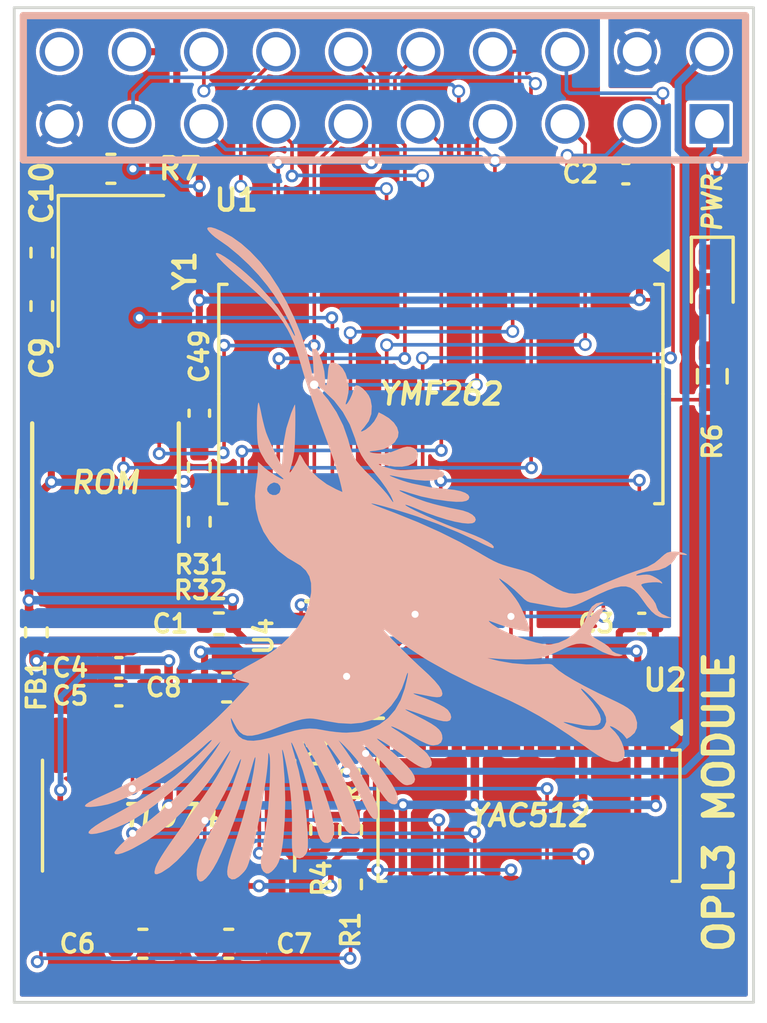
<source format=kicad_pcb>
(kicad_pcb (version 20241229) (generator "pcbnew") (generator_version "9.0")
  (title_block (title "opl3module") (date "2023-06-24") (rev "1.2"))
  (layers (0 "F.Cu" signal) (4 "In1.Cu" signal) (6 "In2.Cu" signal) (2 "B.Cu" signal) (13 "F.Paste" user) (15 "B.Paste" user) (5 "F.SilkS" user "F.Silkscreen") (7 "B.SilkS" user "B.Silkscreen") (1 "F.Mask" user) (3 "B.Mask" user) (25 "Edge.Cuts" user))
  (net 0 "")
  (net 1 "Net-(U2-AOUT)")
  (net 2 "Net-(U2-CV)")
  (net 4 "Net-(U2-SWIN)")
  (net 5 "Net-(U3B--)")
  (net 6 "Net-(U3D--)")
  (net 7 "Net-(U3C--)")
  (net 9 "Net-(U1-DOAB)")
  (net 10 "Net-(U1-SMPAC)")
  (net 11 "Net-(U1-SMPBD)")
  (net 15 "Net-(U2-MP)")
  (net 16 "FM_VCC")
  (net 17 "FM_GND")
  (net 18 "FM_+5VA")
  (net 19 "/YAC_CH2")
  (net 20 "/YAC_CH1")
  (net 21 "/_FM_SYNTH_R")
  (net 22 "/_FM_SYNTH_L")
  (net 23 "/~{_BRESET}")
  (net 24 "/_FM_D6")
  (net 25 "/_FM_D7")
  (net 26 "/_FM_D4")
  (net 27 "/_FM_D5")
  (net 28 "/_FM_D2")
  (net 29 "/_FM_D3")
  (net 30 "/_FM_D0")
  (net 31 "/_FM_D1")
  (net 32 "/~{_FM_RD}")
  (net 33 "/~{_FM_CS}")
  (net 34 "/_FM_A1")
  (net 35 "/~{_FM_WR}")
  (net 36 "/_FM_A0")
  (net 37 "/YAC_CLK")
  (net 38 "/YFM_CLK")
  (net 39 "FM_AGND")
  (net 40 "Net-(D1-A)")
  (net 41 "Net-(U4-OUT*Y)")
  (net 42 "Net-(U4-INA)")
  (net 44 "Net-(C9-Pad1)")
  (net 45 "Net-(C10-Pad1)")
  (net 46 "Net-(R7-Pad2)")
  (footprint "SnipE Footprints:R_0603_1608Metric_no_outline" (layer "F.Cu") (at 54.14 30.23 -90)
    (property "Reference" "R6")
    (property "Value" "470" (hide yes))
  )
  (footprint "SnipE Footprints:SC70-5_ONS" (layer "F.Cu") (at 40.6579 39.380001 180)
    (property "Reference" "U4")
    (property "Value" "MC74HC1G04" (hide yes))
  )
  (footprint "Package_SO:SOP-24_7.5x15.4mm_P1.27mm" (layer "F.Cu") (at 44.595 30.855 -90)
    (property "Reference" "U1")
    (property "Value" "YMF262")
  )
  (footprint "Crystal:Crystal_SMD_5032-4Pin_5.0x3.2mm" (layer "F.Cu") (at 32.99 26.52 -90)
    (property "Reference" "Y1")
    (property "Value" "Crystal_GND24" (hide yes))
  )
  (footprint "SnipE Footprints:R_0402_1005Metric_no_outline" (layer "F.Cu") (at 41.42 48.11 90)
    (property "Reference" "R1")
    (property "Value" "33" (hide yes))
  )
  (footprint "SnipE Footprints:C_0402_1005Metric_no_outline" (layer "F.Cu") (at 36.1 31.53 -90)
    (property "Reference" "C49")
    (property "Value" "0.1uF" (hide yes))
  )
  (footprint "SnipE Footprints:R_0603_1608Metric" (layer "F.Cu") (at 43.688 39.380001 -90)
    (property "Reference" "R8")
    (property "Value" "10k" (hide yes))
  )
  (footprint "SnipE Footprints:C_0603_1608Metric_no_outline" (layer "F.Cu") (at 37.06 41.18 180)
    (property "Reference" "C8")
    (property "Value" "10uF" (hide yes))
  )
  (footprint "SnipE Footprints:C_0402_1005Metric_no_outline" (layer "F.Cu") (at 33.27 41.47 180)
    (property "Reference" "C5")
    (property "Value" "68pF" (hide yes))
  )
  (footprint "Package_SO:SOIC-14_3.9x8.7mm_P1.27mm" (layer "F.Cu") (at 35.019666 45.69 -90)
    (property "Reference" "U3" (hide yes))
    (property "Value" "TL074")
  )
  (footprint "SnipE Footprints:C_0402_1005Metric" (layer "F.Cu") (at 30.56 27.76 90)
    (property "Reference" "C9")
    (property "Value" "22pF" (hide yes))
  )
  (footprint "SnipE Footprints:D_0603_1608Metric" (layer "F.Cu") (at 54.14 26.8225 -90)
    (property "Reference" "D1" (hide yes))
    (property "Value" "PWR")
  )
  (footprint "SnipE Footprints:C_0603_1608Metric_no_outline" (layer "F.Cu") (at 37.135 50.2)
    (property "Reference" "C7")
    (property "Value" "2.7nF" (hide yes))
  )
  (footprint "SnipE Footprints:C_0402_1005Metric" (layer "F.Cu") (at 36.79 38.94 180)
    (property "Reference" "C1")
    (property "Value" "100nF" (hide yes))
  )
  (footprint "SnipE Footprints:C_0402_1005Metric" (layer "F.Cu") (at 30.56 25.88 90)
    (property "Reference" "C10")
    (property "Value" "22pF" (hide yes))
  )
  (footprint "SnipE Footprints:R_0402_1005Metric_no_outline" (layer "F.Cu") (at 36.1 35.35 90)
    (property "Reference" "R32")
    (property "Value" "4.7k" (hide yes))
  )
  (footprint "SnipE Footprints:C_0402_1005Metric_no_outline" (layer "F.Cu") (at 51.66 38.93)
    (property "Reference" "C3")
    (property "Value" "0.1uF" (hide yes))
  )
  (footprint "SnipE Footprints:R_0603_1608Metric" (layer "F.Cu") (at 32.99 22.93 180)
    (property "Reference" "R7")
    (property "Value" "1MΩ" (hide yes))
  )
  (footprint "SnipE Footprints:C_0603_1608Metric_no_outline" (layer "F.Cu") (at 34.115 50.2)
    (property "Reference" "C6")
    (property "Value" "2.7nF" (hide yes))
  )
  (footprint "SnipE Footprints:R_0402_1005Metric_no_outline" (layer "F.Cu") (at 40.4 46.19 90)
    (property "Reference" "R4")
    (property "Value" "8.2k" (hide yes))
  )
  (footprint "SnipE Footprints:R_0402_1005Metric_no_outline" (layer "F.Cu") (at 30.37 39.24 -90)
    (property "Reference" "FB1")
    (property "Value" "600Ω@100MHz" (hide yes))
  )
  (footprint "SnipE Footprints:C_0402_1005Metric_no_outline" (layer "F.Cu") (at 33.27 40.49)
    (property "Reference" "C4")
    (property "Value" "0.1uF" (hide yes))
  )
  (footprint "SnipE Footprints:SOIC8-N_MC_MCH" (layer "F.Cu") (at 32.8 33.97 90)
    (property "Reference" "U19" (hide yes))
    (property "Value" "ROM")
  )
  (footprint "SnipE Footprints:C_0402_1005Metric_no_outline" (layer "F.Cu") (at 51.1 23.1)
    (property "Reference" "C2")
    (property "Value" "0.1uF" (hide yes))
  )
  (footprint "Package_SO:SOP-16_4.4x10.4mm_P1.27mm" (layer "F.Cu") (at 47.695 45.69 -90)
    (property "Reference" "U2")
    (property "Value" "YAC512")
  )
  (footprint "SnipE Footprints:R_0402_1005Metric_no_outline" (layer "F.Cu") (at 36.1 33.43 -90)
    (property "Reference" "R31")
    (property "Value" "4.7k" (hide yes))
  )
  (footprint "SnipE Footprints:R_0402_1005Metric_no_outline" (layer "F.Cu") (at 40.26 41.79 -90)
    (property "Reference" "R5")
    (property "Value" "8.2k" (hide yes))
  )
  (footprint "SnipE Footprints:R_0402_1005Metric_no_outline" (layer "F.Cu") (at 41.28 41.79 90)
    (property "Reference" "R3")
    (property "Value" "6.8k" (hide yes))
  )
  (footprint "SnipE Footprints:R_0402_1005Metric_no_outline" (layer "F.Cu") (at 41.42 46.19 -90)
    (property "Reference" "R2")
    (property "Value" "6.8k" (hide yes))
  )
  (footprint "SnipE Footprints:starling" (layer "B.Cu") (at 44.29 36.5 -90)
    (property "Reference" "G***" (hide yes))
    (property "Value" "LOGO" (hide yes))
  )
  (footprint "SnipE Footprints:P_CONN_02X10" (layer "B.Cu") (at 42.61 20.08 180)
    (property "Reference" "J1" (hide yes))
    (property "Value" "EXT_SYNTH" (hide yes))
  )
  (gr_line (start 55.59 17.26) (end 29.59 17.26) (stroke (width 0.1)) (layer "Edge.Cuts"))
  (gr_line (start 29.59 52.26) (end 55.59 52.26) (stroke (width 0.1)) (layer "Edge.Cuts"))
  (gr_line (start 29.59 17.26) (end 29.59 52.26) (stroke (width 0.1)) (layer "Edge.Cuts"))
  (gr_line (start 55.59 17.26) (end 55.59 52.26) (stroke (width 0.1)) (layer "Edge.Cuts"))
  (gr_text "OPL3 MODULE" (at 54.38 45.21 90) (layer "F.SilkS") (effects (font (size 1 1) (thickness 0.2) (bold yes))))
  (segment (start 33.75 41.47) (end 33.75 43.214666) (width 0.25) (layer "F.Cu") (net 1))
  (segment (start 33.749666 44.730334) (end 33.749666 43.215) (width 0.127) (layer "F.Cu") (net 1))
  (segment (start 48.33 44.74) (end 48.33 48.7775) (width 0.127) (layer "F.Cu") (net 1))
  (segment (start 33.74 44.74) (end 33.749666 44.730334) (width 0.127) (layer "F.Cu") (net 1))
  (segment (start 33.75 43.214666) (end 33.749666 43.215) (width 0.127) (layer "F.Cu") (net 1))
  (via blind (at 33.74 44.74) (size 0.45) (drill 0.25) (layers "F.Cu" "B.Cu") (net 1))
  (via (at 48.33 44.74) (size 0.45) (drill 0.25) (layers "F.Cu" "B.Cu") (net 1))
  (segment (start 33.74 44.74) (end 48.33 44.74) (width 0.127) (layer "B.Cu") (net 1))
  (segment (start 36.285 41.18) (end 36.285 43.210334) (width 0.25) (layer "F.Cu") (net 2))
  (segment (start 51.52 46.99) (end 52.14 47.61) (width 0.25) (layer "F.Cu") (net 2))
  (segment (start 36.285 40.075) (end 36.285 41.18) (width 0.25) (layer "F.Cu") (net 2))
  (segment (start 36.14 39.93) (end 36.285 40.075) (width 0.25) (layer "F.Cu") (net 2))
  (segment (start 52.14 47.61) (end 52.14 48.7775) (width 0.25) (layer "F.Cu") (net 2))
  (segment (start 51.52 39.95) (end 51.52 46.99) (width 0.25) (layer "F.Cu") (net 2))
  (segment (start 51.47 39.9) (end 51.52 39.95) (width 0.25) (layer "F.Cu") (net 2))
  (segment (start 36.285 43.210334) (end 36.289666 43.215) (width 0.127) (layer "F.Cu") (net 2))
  (via (at 51.47 39.9) (size 0.45) (drill 0.25) (layers "F.Cu" "B.Cu") (net 2))
  (via (at 36.14 39.93) (size 0.45) (drill 0.25) (layers "F.Cu" "B.Cu") (net 2))
  (segment (start 36.17 39.9) (end 51.47 39.9) (width 0.25) (layer "B.Cu") (net 2))
  (segment (start 36.14 39.93) (end 36.17 39.9) (width 0.25) (layer "B.Cu") (net 2))
  (segment (start 47.06 47.6) (end 47.06 48.9) (width 0.127) (layer "F.Cu") (net 4))
  (segment (start 41.42 47.6) (end 42.37 47.6) (width 0.127) (layer "F.Cu") (net 4))
  (via (at 47.06 47.6) (size 0.45) (drill 0.25) (layers "F.Cu" "B.Cu") (net 4))
  (via (at 42.37 47.6) (size 0.45) (drill 0.25) (layers "F.Cu" "B.Cu") (net 4))
  (segment (start 47.06 47.6) (end 42.37 47.6) (width 0.127) (layer "B.Cu") (net 4))
  (segment (start 41.42 50.69) (end 41.42 48.62) (width 0.127) (layer "F.Cu") (net 5))
  (segment (start 30.53 43.53) (end 30.845 43.215) (width 0.127) (layer "F.Cu") (net 5))
  (segment (start 30.4 50.83) (end 30.53 50.7) (width 0.127) (layer "F.Cu") (net 5))
  (segment (start 30.845 43.215) (end 31.209666 43.215) (width 0.127) (layer "F.Cu") (net 5))
  (segment (start 41.4 50.71) (end 41.42 50.69) (width 0.127) (layer "F.Cu") (net 5))
  (segment (start 32.479666 43.215) (end 31.209666 43.215) (width 0.2) (layer "F.Cu") (net 5))
  (segment (start 30.53 50.7) (end 30.53 43.53) (width 0.127) (layer "F.Cu") (net 5))
  (via (at 30.4 50.83) (size 0.45) (drill 0.25) (layers "F.Cu" "B.Cu") (net 5))
  (via (at 41.4 50.71) (size 0.45) (drill 0.25) (layers "F.Cu" "B.Cu") (net 5))
  (segment (start 30.52 50.71) (end 30.4 50.83) (width 0.127) (layer "B.Cu") (net 5))
  (segment (start 41.4 50.71) (end 30.52 50.71) (width 0.127) (layer "B.Cu") (net 5))
  (segment (start 38.2 48.165) (end 37.559666 48.165) (width 0.2) (layer "F.Cu") (net 6))
  (segment (start 38.829666 48.165) (end 38.2 48.165) (width 0.2) (layer "F.Cu") (net 6))
  (segment (start 40.72687 47.39313) (end 41.42 46.7) (width 0.2) (layer "F.Cu") (net 6))
  (segment (start 40.72687 48.165) (end 40.72687 47.39313) (width 0.2) (layer "F.Cu") (net 6))
  (via blind (at 40.72687 48.165) (size 0.45) (drill 0.25) (layers "F.Cu" "B.Cu") (net 6))
  (via (at 38.2 48.165) (size 0.45) (drill 0.25) (layers "F.Cu" "B.Cu") (net 6))
  (segment (start 40.72687 48.165) (end 38.2 48.165) (width 0.2) (layer "B.Cu") (net 6))
  (segment (start 31.209666 44.800334) (end 31.22 44.79) (width 0.2) (layer "F.Cu") (net 7))
  (segment (start 41.28 40.79) (end 41.28 41.28) (width 0.2) (layer "F.Cu") (net 7))
  (segment (start 31.209666 48.165) (end 31.209666 44.800334) (width 0.2) (layer "F.Cu") (net 7))
  (segment (start 32.479666 48.165) (end 31.209666 48.165) (width 0.2) (layer "F.Cu") (net 7))
  (via blind (at 41.28 40.79) (size 0.45) (drill 0.25) (layers "F.Cu" "B.Cu") (net 7))
  (via (at 31.22 44.79) (size 0.45) (drill 0.25) (layers "F.Cu" "B.Cu") (net 7))
  (segment (start 31.94 40.79) (end 31.22 41.51) (width 0.2) (layer "B.Cu") (net 7))
  (segment (start 31.22 41.51) (end 31.22 44.79) (width 0.2) (layer "B.Cu") (net 7))
  (segment (start 41.28 40.79) (end 31.94 40.79) (width 0.2) (layer "B.Cu") (net 7))
  (segment (start 47.77 39.41) (end 47.77 36.08) (width 0.127) (layer "F.Cu") (net 9))
  (segment (start 48.33 42.6025) (end 48.33 39.97) (width 0.127) (layer "F.Cu") (net 9))
  (segment (start 48.33 39.97) (end 47.77 39.41) (width 0.127) (layer "F.Cu") (net 9))
  (segment (start 44.52 42.6025) (end 44.52 41.47) (width 0.127) (layer "F.Cu") (net 10))
  (segment (start 46.5 39.49) (end 46.5 36.08) (width 0.127) (layer "F.Cu") (net 10))
  (segment (start 44.52 41.47) (end 46.5 39.49) (width 0.127) (layer "F.Cu") (net 10))
  (segment (start 45.23 39.86) (end 43.25 41.84) (width 0.127) (layer "F.Cu") (net 11))
  (segment (start 43.25 41.84) (end 43.25 42.6025) (width 0.127) (layer "F.Cu") (net 11))
  (segment (start 45.23 36.08) (end 45.23 39.86) (width 0.127) (layer "F.Cu") (net 11))
  (segment (start 38.829666 43.215) (end 38.21 43.215) (width 0.2) (layer "F.Cu") (net 15))
  (segment (start 38.21 47.01) (end 38.21 43.215) (width 0.127) (layer "F.Cu") (net 15))
  (segment (start 49.6 48.7775) (end 49.6 47.04) (width 0.127) (layer "F.Cu") (net 15))
  (segment (start 38.21 43.215) (end 37.559666 43.215) (width 0.2) (layer "F.Cu") (net 15))
  (via (at 49.6 47.04) (size 0.45) (drill 0.25) (layers "F.Cu" "B.Cu") (net 15))
  (via blind (at 38.21 47.01) (size 0.45) (drill 0.25) (layers "F.Cu" "B.Cu") (net 15))
  (segment (start 38.21 47.01) (end 38.24 47.04) (width 0.127) (layer "B.Cu") (net 15))
  (segment (start 38.24 47.04) (end 49.6 47.04) (width 0.127) (layer "B.Cu") (net 15))
  (segment (start 36.1 27.55) (end 36.1 23.54) (width 0.25) (layer "F.Cu") (net 16))
  (segment (start 35.3075 19.0575) (end 35.06 18.81) (width 0.25) (layer "F.Cu") (net 16))
  (segment (start 51.58 25.63) (end 51.58 23.1) (width 0.25) (layer "F.Cu") (net 16))
  (segment (start 31.33 30.06) (end 36.1 30.06) (width 0.25) (layer "F.Cu") (net 16))
  (segment (start 52.275 31.055) (end 54.14 31.055) (width 0.127) (layer "F.Cu") (net 16))
  (segment (start 30.11 38.47) (end 30.11 38.11) (width 0.3) (layer "F.Cu") (net 16))
  (segment (start 35.56 33.93) (end 36.09 33.93) (width 0.25) (layer "F.Cu") (net 16))
  (segment (start 36.1 30.06) (end 36.1 31.05) (width 0.25) (layer "F.Cu") (net 16))
  (segment (start 36.1 27.55) (end 36.1 30.06) (width 0.25) (layer "F.Cu") (net 16))
  (segment (start 30.895 33.945) (end 30.9 33.95) (width 0.25) (layer "F.Cu") (net 16))
  (segment (start 37.27 39.06) (end 37.27 38.94) (width 0.25) (layer "F.Cu") (net 16))
  (segment (start 36.1 23.54) (end 36.1 22.537039) (width 0.25) (layer "F.Cu") (net 16))
  (segment (start 39.19 39.54) (end 37.75 39.54) (width 0.25) (layer "F.Cu") (net 16))
  (segment (start 52.22 27.6) (end 52.22 31) (width 0.127) (layer "F.Cu") (net 16))
  (segment (start 37.75 39.54) (end 37.27 39.06) (width 0.25) (layer "F.Cu") (net 16))
  (segment (start 52.16 27.54) (end 52.22 27.6) (width 0.127) (layer "F.Cu") (net 16))
  (segment (start 30.895 30.495) (end 31.33 30.06) (width 0.25) (layer "F.Cu") (net 16))
  (segment (start 51.58 27.54) (end 52.16 27.54) (width 0.127) (layer "F.Cu") (net 16))
  (segment (start 52.22 31) (end 52.275 31.055) (width 0.127) (layer "F.Cu") (net 16))
  (segment (start 30.895 31.6078) (end 30.895 30.495) (width 0.25) (layer "F.Cu") (net 16))
  (segment (start 30.37 38.73) (end 30.11 38.47) (width 0.3) (layer "F.Cu") (net 16))
  (segment (start 30.11 34.74) (end 30.9 33.95) (width 0.3) (layer "F.Cu") (net 16))
  (segment (start 36.1 33.94) (end 36.1 34.84) (width 0.25) (layer "F.Cu") (net 16))
  (segment (start 30.895 31.6078) (end 30.895 33.945) (width 0.25) (layer "F.Cu") (net 16))
  (segment (start 36.1 22.537039) (end 35.3075 21.744539) (width 0.25) (layer "F.Cu") (net 16))
  (segment (start 37.27 38.09) (end 37.27 38.94) (width 0.3) (layer "F.Cu") (net 16))
  (segment (start 39.68 40.03) (end 39.19 39.54) (width 0.25) (layer "F.Cu") (net 16))
  (segment (start 35.06 18.81) (end 33.72 18.81) (width 0.25) (layer "F.Cu") (net 16))
  (segment (start 51.58 27.54) (end 51.58 25.63) (width 0.25) (layer "F.Cu") (net 16))
  (segment (start 35.3075 21.744539) (end 35.3075 19.0575) (width 0.25) (layer "F.Cu") (net 16))
  (segment (start 30.11 38.11) (end 30.11 34.74) (width 0.3) (layer "F.Cu") (net 16))
  (segment (start 36.09 33.93) (end 36.1 33.94) (width 0.25) (layer "F.Cu") (net 16))
  (via (at 36.1 23.54) (size 0.45) (drill 0.25) (layers "F.Cu" "B.Cu") (net 16))
  (via (at 30.11 38.11) (size 0.45) (drill 0.25) (layers "F.Cu" "B.Cu") (net 16))
  (via (at 51.58 27.54) (size 0.45) (drill 0.25) (layers "F.Cu" "B.Cu") (net 16))
  (via (at 37.27 38.09) (size 0.45) (drill 0.25) (layers "F.Cu" "B.Cu") (net 16))
  (via (at 36.1 27.55) (size 0.45) (drill 0.25) (layers "F.Cu" "B.Cu") (net 16))
  (via blind (at 33.765 22.93) (size 0.45) (drill 0.25) (layers "F.Cu" "B.Cu") (net 16))
  (via (at 35.56 33.93) (size 0.45) (drill 0.25) (layers "F.Cu" "B.Cu") (net 16))
  (via (at 30.9 33.95) (size 0.45) (drill 0.25) (layers "F.Cu" "B.Cu") (net 16))
  (segment (start 35.49 23.54) (end 34.88 22.93) (width 0.127) (layer "B.Cu") (net 16))
  (segment (start 36.1 23.54) (end 35.49 23.54) (width 0.127) (layer "B.Cu") (net 16))
  (segment (start 30.91 33.96) (end 35.53 33.96) (width 0.25) (layer "B.Cu") (net 16))
  (segment (start 37.27 38.09) (end 37.25 38.11) (width 0.3) (layer "B.Cu") (net 16))
  (segment (start 36.1 27.55) (end 51.57 27.55) (width 0.25) (layer "B.Cu") (net 16))
  (segment (start 34.88 22.93) (end 33.765 22.93) (width 0.127) (layer "B.Cu") (net 16))
  (segment (start 35.53 33.96) (end 35.56 33.93) (width 0.25) (layer "B.Cu") (net 16))
  (segment (start 30.9 33.95) (end 30.91 33.96) (width 0.25) (layer "B.Cu") (net 16))
  (segment (start 37.25 38.11) (end 30.11 38.11) (width 0.3) (layer "B.Cu") (net 16))
  (segment (start 51.57 27.55) (end 51.58 27.54) (width 0.25) (layer "B.Cu") (net 16))
  (segment (start 54.31 25.865) (end 54.14 26.035) (width 0.25) (layer "F.Cu") (net 17))
  (segment (start 54.31 22.79) (end 54.31 25.865) (width 0.25) (layer "F.Cu") (net 17))
  (via blind (at 54.31 22.79) (size 0.45) (drill 0.25) (layers "F.Cu" "B.Cu") (net 17))
  (segment (start 34 40.24) (end 33.75 40.49) (width 0.3) (layer "F.Cu") (net 18))
  (segment (start 52.14 42.6025) (end 52.14 45.33) (width 0.3) (layer "F.Cu") (net 18))
  (segment (start 35.019666 43.215) (end 35.019666 45.329666) (width 0.3) (layer "F.Cu") (net 18))
  (segment (start 45.79 45.3) (end 45.78 45.31) (width 0.3) (layer "F.Cu") (net 18))
  (segment (start 30.37 39.75) (end 30.37 40.24) (width 0.5) (layer "F.Cu") (net 18))
  (segment (start 35.02 43.214666) (end 35.019666 43.215) (width 0.3) (layer "F.Cu") (net 18))
  (segment (start 43.25 48.7775) (end 43.26 48.7675) (width 0.3) (layer "F.Cu") (net 18))
  (segment (start 35.03 40.24) (end 34 40.24) (width 0.3) (layer "F.Cu") (net 18))
  (segment (start 49.6 41.74) (end 49.6 45.31) (width 0.3) (layer "F.Cu") (net 18))
  (segment (start 45.79 42.6025) (end 45.79 45.3) (width 0.3) (layer "F.Cu") (net 18))
  (segment (start 52.14 38.93) (end 52.14 42.6025) (width 0.25) (layer "F.Cu") (net 18))
  (segment (start 35.02 40.25) (end 35.02 43.214666) (width 0.3) (layer "F.Cu") (net 18))
  (segment (start 35.019666 45.329666) (end 35.02 45.33) (width 0.3) (layer "F.Cu") (net 18))
  (segment (start 35.03 40.24) (end 35.02 40.25) (width 0.3) (layer "F.Cu") (net 18))
  (segment (start 52.14 45.33) (end 52.15 45.34) (width 0.3) (layer "F.Cu") (net 18))
  (segment (start 43.26 48.7675) (end 43.26 45.31) (width 0.3) (layer "F.Cu") (net 18))
  (via (at 49.6 45.31) (size 0.45) (drill 0.25) (layers "F.Cu" "B.Cu") (net 18))
  (via (at 43.26 45.31) (size 0.45) (drill 0.25) (layers "F.Cu" "B.Cu") (net 18))
  (via (at 35.03 40.24) (size 0.45) (drill 0.25) (layers "F.Cu" "B.Cu") (net 18))
  (via blind (at 35.02 45.33) (size 0.45) (drill 0.25) (layers "F.Cu" "B.Cu") (net 18))
  (via (at 45.78 45.31) (size 0.45) (drill 0.25) (layers "F.Cu" "B.Cu") (net 18))
  (via blind (at 30.37 40.24) (size 0.45) (drill 0.25) (layers "F.Cu" "B.Cu") (net 18))
  (via (at 52.15 45.34) (size 0.45) (drill 0.25) (layers "F.Cu" "B.Cu") (net 18))
  (segment (start 43.26 45.31) (end 45.78 45.31) (width 0.3) (layer "B.Cu") (net 18))
  (segment (start 43.24 45.33) (end 43.26 45.31) (width 0.3) (layer "B.Cu") (net 18))
  (segment (start 45.78 45.31) (end 49.6 45.31) (width 0.3) (layer "B.Cu") (net 18))
  (segment (start 35.02 45.33) (end 43.24 45.33) (width 0.3) (layer "B.Cu") (net 18))
  (segment (start 52.12 45.31) (end 52.15 45.34) (width 0.3) (layer "B.Cu") (net 18))
  (segment (start 35.03 40.24) (end 30.37 40.24) (width 0.3) (layer "B.Cu") (net 18))
  (segment (start 49.6 45.31) (end 52.12 45.31) (width 0.3) (layer "B.Cu") (net 18))
  (segment (start 33.749666 48.165) (end 33.749666 49.790334) (width 0.2) (layer "F.Cu") (net 19))
  (segment (start 45.79 48.7775) (end 45.79 46.28) (width 0.127) (layer "F.Cu") (net 19))
  (segment (start 33.749666 46.310334) (end 33.749666 48.165) (width 0.127) (layer "F.Cu") (net 19))
  (segment (start 33.749666 49.790334) (end 33.34 50.2) (width 0.2) (layer "F.Cu") (net 19))
  (segment (start 45.79 46.28) (end 45.78 46.27) (width 0.127) (layer "F.Cu") (net 19))
  (segment (start 33.75 46.31) (end 33.749666 46.310334) (width 0.127) (layer "F.Cu") (net 19))
  (via blind (at 33.75 46.31) (size 0.45) (drill 0.25) (layers "F.Cu" "B.Cu") (net 19))
  (via (at 45.78 46.27) (size 0.45) (drill 0.25) (layers "F.Cu" "B.Cu") (net 19))
  (segment (start 45.7375 46.3125) (end 33.7525 46.3125) (width 0.127) (layer "B.Cu") (net 19))
  (segment (start 45.78 46.27) (end 45.7375 46.3125) (width 0.127) (layer "B.Cu") (net 19))
  (segment (start 33.7525 46.3125) (end 33.75 46.31) (width 0.127) (layer "B.Cu") (net 19))
  (segment (start 36.289666 45.870334) (end 36.289666 48.165) (width 0.127) (layer "F.Cu") (net 20))
  (segment (start 36.289666 48.165) (end 36.289666 50.129666) (width 0.2) (layer "F.Cu") (net 20))
  (segment (start 36.289666 50.129666) (end 36.36 50.2) (width 0.127) (layer "F.Cu") (net 20))
  (segment (start 44.52 48.7775) (end 44.52 45.84) (width 0.127) (layer "F.Cu") (net 20))
  (segment (start 36.3 45.86) (end 36.289666 45.870334) (width 0.127) (layer "F.Cu") (net 20))
  (via (at 44.52 45.84) (size 0.45) (drill 0.25) (layers "F.Cu" "B.Cu") (net 20))
  (via blind (at 36.3 45.86) (size 0.45) (drill 0.25) (layers "F.Cu" "B.Cu") (net 20))
  (segment (start 36.32 45.84) (end 44.52 45.84) (width 0.127) (layer "B.Cu") (net 20))
  (segment (start 36.3 45.86) (end 36.32 45.84) (width 0.127) (layer "B.Cu") (net 20))
  (segment (start 41.28 42.3) (end 40.26 42.3) (width 0.3) (layer "F.Cu") (net 21))
  (segment (start 41.28 44.13) (end 41.28 42.3) (width 0.3) (layer "F.Cu") (net 21))
  (via blind (at 41.28 44.13) (size 0.45) (drill 0.25) (layers "F.Cu" "B.Cu") (net 21))
  (segment (start 41.635236 44.128) (end 48.640764 44.128) (width 0.25) (layer "B.Cu") (net 21))
  (segment (start 41.633236 44.13) (end 41.635236 44.128) (width 0.25) (layer "B.Cu") (net 21))
  (segment (start 53.152 44.128) (end 53.805 43.475) (width 0.25) (layer "B.Cu") (net 21))
  (segment (start 53.805 22.475) (end 54.04 22.24) (width 0.25) (layer "B.Cu") (net 21))
  (segment (start 53.805 43.475) (end 53.805 22.475) (width 0.25) (layer "B.Cu") (net 21))
  (segment (start 48.640764 44.128) (end 48.642764 44.13) (width 0.25) (layer "B.Cu") (net 21))
  (segment (start 48.642764 44.13) (end 52.548 44.13) (width 0.25) (layer "B.Cu") (net 21))
  (segment (start 54.04 22.24) (end 54.04 21.35) (width 0.25) (layer "B.Cu") (net 21))
  (segment (start 52.55 44.128) (end 53.152 44.128) (width 0.25) (layer "B.Cu") (net 21))
  (segment (start 41.28 44.13) (end 41.633236 44.13) (width 0.25) (layer "B.Cu") (net 21))
  (segment (start 52.548 44.13) (end 52.55 44.128) (width 0.25) (layer "B.Cu") (net 21))
  (segment (start 41.42 45.68) (end 40.4 45.68) (width 0.25) (layer "F.Cu") (net 22))
  (segment (start 41.95 43.5) (end 41.95 45.15) (width 0.25) (layer "F.Cu") (net 22))
  (segment (start 41.95 45.15) (end 41.42 45.68) (width 0.25) (layer "F.Cu") (net 22))
  (via blind (at 41.95 43.5) (size 0.45) (drill 0.25) (layers "F.Cu" "B.Cu") (net 22))
  (segment (start 52.84 43.5) (end 53.21 43.13) (width 0.25) (layer "B.Cu") (net 22))
  (segment (start 53.21 22.52) (end 52.94 22.25) (width 0.25) (layer "B.Cu") (net 22))
  (segment (start 52.94 22.25) (end 52.94 19.91) (width 0.25) (layer "B.Cu") (net 22))
  (segment (start 53.21 43.13) (end 53.21 22.52) (width 0.25) (layer "B.Cu") (net 22))
  (segment (start 52.94 19.91) (end 54.04 18.81) (width 0.25) (layer "B.Cu") (net 22))
  (segment (start 41.95 43.5) (end 52.84 43.5) (width 0.25) (layer "B.Cu") (net 22))
  (segment (start 49.035 22.465) (end 49.035 26.265) (width 0.127) (layer "F.Cu") (net 23))
  (segment (start 49.04 22.46) (end 49.035 22.465) (width 0.127) (layer "F.Cu") (net 23))
  (via (at 49.04 22.46) (size 0.46) (drill 0.3) (layers "F.Cu" "B.Cu") (net 23))
  (segment (start 49.04 22.46) (end 50.39 22.46) (width 0.127) (layer "B.Cu") (net 23))
  (segment (start 50.39 22.46) (end 51.5 21.35) (width 0.127) (layer "B.Cu") (net 23))
  (segment (start 49.67 29.11) (end 49.67 22.06) (width 0.127) (layer "F.Cu") (net 24))
  (segment (start 42.69 29.13) (end 42.69 35.505) (width 0.127) (layer "F.Cu") (net 24))
  (segment (start 49.67 22.06) (end 48.96 21.35) (width 0.127) (layer "F.Cu") (net 24))
  (via (at 42.69 29.13) (size 0.46) (drill 0.3) (layers "F.Cu" "B.Cu") (net 24))
  (via (at 49.67 29.11) (size 0.46) (drill 0.3) (layers "F.Cu" "B.Cu") (net 24))
  (segment (start 49.6575 29.1225) (end 49.67 29.11) (width 0.127) (layer "B.Cu") (net 24))
  (segment (start 42.6975 29.1225) (end 49.6575 29.1225) (width 0.127) (layer "B.Cu") (net 24))
  (segment (start 42.69 29.13) (end 42.6975 29.1225) (width 0.127) (layer "B.Cu") (net 24))
  (segment (start 52.4 22.51) (end 52.4 20.27) (width 0.127) (layer "F.Cu") (net 25))
  (segment (start 43.955 29.595) (end 43.95 29.59) (width 0.127) (layer "F.Cu") (net 25))
  (segment (start 43.96 35.505) (end 43.955 35.5) (width 0.127) (layer "F.Cu") (net 25))
  (segment (start 52.76 29.495) (end 52.76 22.87) (width 0.127) (layer "F.Cu") (net 25))
  (segment (start 52.6725 29.5825) (end 52.76 29.495) (width 0.127) (layer "F.Cu") (net 25))
  (segment (start 52.76 22.87) (end 52.4 22.51) (width 0.127) (layer "F.Cu") (net 25))
  (segment (start 43.955 35.5) (end 43.955 29.595) (width 0.127) (layer "F.Cu") (net 25))
  (via (at 43.95 29.59) (size 0.46) (drill 0.3) (layers "F.Cu" "B.Cu") (net 25))
  (via (at 52.4 20.27) (size 0.46) (drill 0.3) (layers "F.Cu" "B.Cu") (net 25))
  (via (at 52.6725 29.5825) (size 0.45) (drill 0.25) (layers "F.Cu" "B.Cu") (net 25))
  (segment (start 52.4 20.27) (end 49.11 20.27) (width 0.127) (layer "B.Cu") (net 25))
  (segment (start 49.11 20.27) (end 49.01 20.17) (width 0.127) (layer "B.Cu") (net 25))
  (segment (start 43.9575 29.5825) (end 43.95 29.59) (width 0.127) (layer "B.Cu") (net 25))
  (segment (start 52.6725 29.5825) (end 43.9575 29.5825) (width 0.127) (layer "B.Cu") (net 25))
  (segment (start 49.01 20.17) (end 49.01 18.99) (width 0.127) (layer "B.Cu") (net 25))
  (segment (start 45.87 30.5) (end 45.87 21.9) (width 0.127) (layer "F.Cu") (net 26))
  (segment (start 40.15 35.505) (end 40.145 35.5) (width 0.127) (layer "F.Cu") (net 26))
  (segment (start 40.145 30.535) (end 40.14 30.53) (width 0.127) (layer "F.Cu") (net 26))
  (segment (start 40.145 35.5) (end 40.145 30.535) (width 0.127) (layer "F.Cu") (net 26))
  (segment (start 45.87 21.9) (end 46.42 21.35) (width 0.127) (layer "F.Cu") (net 26))
  (segment (start 45.84 30.53) (end 45.87 30.5) (width 0.127) (layer "F.Cu") (net 26))
  (via (at 45.84 30.53) (size 0.46) (drill 0.3) (layers "F.Cu" "B.Cu") (net 26))
  (via blind (at 40.14 30.53) (size 0.46) (drill 0.3) (layers "F.Cu" "B.Cu") (net 26))
  (segment (start 45.84 30.53) (end 40.14 30.53) (width 0.127) (layer "B.Cu") (net 26))
  (segment (start 47.12 22.32) (end 47.36 22.08) (width 0.127) (layer "F.Cu") (net 27))
  (segment (start 41.415 28.705) (end 41.41 28.7) (width 0.127) (layer "F.Cu") (net 27))
  (segment (start 47.12 28.65) (end 47.12 22.32) (width 0.127) (layer "F.Cu") (net 27))
  (segment (start 41.42 35.505) (end 41.415 35.5) (width 0.127) (layer "F.Cu") (net 27))
  (segment (start 47.3 18.81) (end 46.42 18.81) (width 0.127) (layer "F.Cu") (net 27))
  (segment (start 47.36 18.87) (end 47.3 18.81) (width 0.127) (layer "F.Cu") (net 27))
  (segment (start 47.36 22.08) (end 47.36 18.87) (width 0.127) (layer "F.Cu") (net 27))
  (segment (start 41.415 35.5) (end 41.415 28.705) (width 0.127) (layer "F.Cu") (net 27))
  (via (at 41.41 28.7) (size 0.46) (drill 0.3) (layers "F.Cu" "B.Cu") (net 27))
  (via (at 47.12 28.65) (size 0.46) (drill 0.3) (layers "F.Cu" "B.Cu") (net 27))
  (segment (start 41.41 28.7) (end 41.4475 28.6625) (width 0.127) (layer "B.Cu") (net 27))
  (segment (start 41.4475 28.6625) (end 47.1075 28.6625) (width 0.127) (layer "B.Cu") (net 27))
  (segment (start 47.1075 28.6625) (end 47.12 28.65) (width 0.127) (layer "B.Cu") (net 27))
  (segment (start 43.93 21.53) (end 43.88 21.48) (width 0.127) (layer "F.Cu") (net 28))
  (segment (start 44.61 22.08) (end 44.61 32.84) (width 0.127) (layer "F.Cu") (net 28))
  (segment (start 43.88 21.35) (end 44.61 22.08) (width 0.127) (layer "F.Cu") (net 28))
  (segment (start 37.6 32.87) (end 37.61 32.88) (width 0.127) (layer "F.Cu") (net 28))
  (segment (start 37.61 32.88) (end 37.61 35.505) (width 0.127) (layer "F.Cu") (net 28))
  (segment (start 43.88 21.48) (end 43.88 21.35) (width 0.127) (layer "F.Cu") (net 28))
  (via (at 37.6 32.87) (size 0.45) (drill 0.25) (layers "F.Cu" "B.Cu") (net 28))
  (via (at 44.61 32.84) (size 0.45) (drill 0.25) (layers "F.Cu" "B.Cu") (net 28))
  (segment (start 37.63 32.84) (end 37.6 32.87) (width 0.127) (layer "B.Cu") (net 28))
  (segment (start 44.61 32.84) (end 37.63 32.84) (width 0.127) (layer "B.Cu") (net 28))
  (segment (start 43.321129 29.548871) (end 43.33 29.54) (width 0.127) (layer "F.Cu") (net 29))
  (segment (start 38.875 29.635) (end 38.9 29.61) (width 0.127) (layer "F.Cu") (net 29))
  (segment (start 38.875 35.5) (end 38.875 29.635) (width 0.127) (layer "F.Cu") (net 29))
  (segment (start 42.98 21.76) (end 42.98 19.71) (width 0.127) (layer "F.Cu") (net 29))
  (segment (start 42.98 19.71) (end 43.88 18.81) (width 0.127) (layer "F.Cu") (net 29))
  (segment (start 43.33 22.11) (end 42.98 21.76) (width 0.127) (layer "F.Cu") (net 29))
  (segment (start 43.33 29.54) (end 43.33 22.11) (width 0.127) (layer "F.Cu") (net 29))
  (segment (start 43.321129 29.602834) (end 43.321129 29.548871) (width 0.127) (layer "F.Cu") (net 29))
  (segment (start 38.88 35.505) (end 38.875 35.5) (width 0.127) (layer "F.Cu") (net 29))
  (via (at 43.321129 29.602834) (size 0.45) (drill 0.25) (layers "F.Cu" "B.Cu") (net 29))
  (via (at 38.9 29.61) (size 0.45) (drill 0.25) (layers "F.Cu" "B.Cu") (net 29))
  (segment (start 43.134155 29.602834) (end 43.131321 29.6) (width 0.127) (layer "B.Cu") (net 29))
  (segment (start 43.321129 29.602834) (end 43.134155 29.602834) (width 0.127) (layer "B.Cu") (net 29))
  (segment (start 43.131321 29.6) (end 38.91 29.6) (width 0.127) (layer "B.Cu") (net 29))
  (segment (start 38.91 29.6) (end 38.9 29.61) (width 0.127) (layer "B.Cu") (net 29))
  (segment (start 34.69 32.95) (end 34.69 31.5178) (width 0.127) (layer "F.Cu") (net 30))
  (segment (start 40.145 29.145) (end 40.14 29.15) (width 0.127) (layer "F.Cu") (net 30))
  (segment (start 36.97 32.89) (end 36.94 32.92) (width 0.127) (layer "F.Cu") (net 30))
  (segment (start 40.145 26.265) (end 40.145 22.775) (width 0.127) (layer "F.Cu") (net 30))
  (segment (start 34.68 31.5078) (end 34.675 31.5078) (width 0.127) (layer "F.Cu") (net 30))
  (segment (start 36.97 29.14) (end 36.97 32.89) (width 0.127) (layer "F.Cu") (net 30))
  (segment (start 40.145 26.265) (end 40.145 29.145) (width 0.127) (layer "F.Cu") (net 30))
  (segment (start 34.69 31.5178) (end 34.68 31.5078) (width 0.127) (layer "F.Cu") (net 30))
  (segment (start 36.94 32.92) (end 36.11 32.92) (width 0.127) (layer "F.Cu") (net 30))
  (segment (start 40.145 22.775) (end 41.39 21.53) (width 0.127) (layer "F.Cu") (net 30))
  (via (at 36.94 32.92) (size 0.45) (drill 0.25) (layers "F.Cu" "B.Cu") (net 30))
  (via (at 36.97 29.14) (size 0.45) (drill 0.25) (layers "F.Cu" "B.Cu") (net 30))
  (via blind (at 40.14 29.15) (size 0.45) (drill 0.25) (layers "F.Cu" "B.Cu") (net 30))
  (via (at 34.69 32.95) (size 0.45) (drill 0.25) (layers "F.Cu" "B.Cu") (net 30))
  (segment (start 34.69 32.95) (end 36.91 32.95) (width 0.127) (layer "B.Cu") (net 30))
  (segment (start 36.97 29.14) (end 36.98 29.15) (width 0.127) (layer "B.Cu") (net 30))
  (segment (start 36.98 29.15) (end 40.14 29.15) (width 0.127) (layer "B.Cu") (net 30))
  (segment (start 36.91 32.95) (end 36.94 32.92) (width 0.127) (layer "B.Cu") (net 30))
  (segment (start 42.23 22.67) (end 42.23 19.7) (width 0.127) (layer "F.Cu") (net 31))
  (segment (start 41.39 18.86) (end 41.39 18.99) (width 0.127) (layer "F.Cu") (net 31))
  (segment (start 42.18 22.72) (end 42.23 22.67) (width 0.127) (layer "F.Cu") (net 31))
  (segment (start 42.15 22.72) (end 42.18 22.72) (width 0.127) (layer "F.Cu") (net 31))
  (segment (start 41.34 18.81) (end 41.39 18.86) (width 0.127) (layer "F.Cu") (net 31))
  (segment (start 38.875 22.715) (end 38.875 26.265) (width 0.127) (layer "F.Cu") (net 31))
  (segment (start 38.87 22.71) (end 38.875 22.715) (width 0.127) (layer "F.Cu") (net 31))
  (segment (start 42.23 19.7) (end 41.34 18.81) (width 0.127) (layer "F.Cu") (net 31))
  (via (at 38.87 22.71) (size 0.45) (drill 0.25) (layers "F.Cu" "B.Cu") (net 31))
  (via (at 42.15 22.72) (size 0.45) (drill 0.25) (layers "F.Cu" "B.Cu") (net 31))
  (segment (start 41.4 19) (end 41.39 18.99) (width 0.127) (layer "B.Cu") (net 31))
  (segment (start 42.15 22.72) (end 38.88 22.72) (width 0.127) (layer "B.Cu") (net 31))
  (segment (start 38.88 22.72) (end 38.87 22.71) (width 0.127) (layer "B.Cu") (net 31))
  (segment (start 39.36 23.18) (end 39.36 22.04) (width 0.127) (layer "F.Cu") (net 32))
  (segment (start 39.36 22.04) (end 38.85 21.53) (width 0.127) (layer "F.Cu") (net 32))
  (segment (start 43.955 23.175) (end 43.955 26.265) (width 0.127) (layer "F.Cu") (net 32))
  (segment (start 43.95 23.17) (end 43.955 23.175) (width 0.127) (layer "F.Cu") (net 32))
  (via (at 43.95 23.17) (size 0.46) (drill 0.3) (layers "F.Cu" "B.Cu") (net 32))
  (via (at 39.36 23.18) (size 0.45) (drill 0.25) (layers "F.Cu" "B.Cu") (net 32))
  (segment (start 43.9425 23.1625) (end 39.3775 23.1625) (width 0.127) (layer "B.Cu") (net 32))
  (segment (start 43.95 23.17) (end 43.9425 23.1625) (width 0.127) (layer "B.Cu") (net 32))
  (segment (start 39.3775 23.1625) (end 39.36 23.18) (width 0.127) (layer "B.Cu") (net 32))
  (segment (start 42.68 23.63) (end 42.685 23.635) (width 0.127) (layer "F.Cu") (net 33))
  (segment (start 42.685 23.635) (end 42.685 26.265) (width 0.127) (layer "F.Cu") (net 33))
  (segment (start 37.56 20.28) (end 38.85 18.99) (width 0.127) (layer "F.Cu") (net 33))
  (segment (start 37.56 23.55) (end 37.56 20.28) (width 0.127) (layer "F.Cu") (net 33))
  (via (at 42.68 23.63) (size 0.46) (drill 0.3) (layers "F.Cu" "B.Cu") (net 33))
  (via (at 37.56 23.55) (size 0.46) (drill 0.3) (layers "F.Cu" "B.Cu") (net 33))
  (segment (start 42.68 23.63) (end 37.64 23.63) (width 0.127) (layer "B.Cu") (net 33))
  (segment (start 37.64 23.63) (end 37.56 23.55) (width 0.127) (layer "B.Cu") (net 33))
  (segment (start 46.5 22.64) (end 46.495 22.645) (width 0.127) (layer "F.Cu") (net 34))
  (segment (start 46.495 22.645) (end 46.495 26.265) (width 0.127) (layer "F.Cu") (net 34))
  (via (at 46.5 22.64) (size 0.46) (drill 0.3) (layers "F.Cu" "B.Cu") (net 34))
  (segment (start 37.03 22.25) (end 36.31 21.53) (width 0.127) (layer "B.Cu") (net 34))
  (segment (start 46.11 22.25) (end 37.03 22.25) (width 0.127) (layer "B.Cu") (net 34))
  (segment (start 46.5 22.64) (end 46.11 22.25) (width 0.127) (layer "B.Cu") (net 34))
  (segment (start 36.26 18.81) (end 36.31 18.86) (width 0.127) (layer "F.Cu") (net 35))
  (segment (start 45.22 20.2) (end 45.225 20.205) (width 0.127) (layer "F.Cu") (net 35))
  (segment (start 36.31 18.86) (end 36.31 18.99) (width 0.127) (layer "F.Cu") (net 35))
  (segment (start 45.225 20.205) (end 45.225 26.265) (width 0.127) (layer "F.Cu") (net 35))
  (segment (start 36.26 20.19) (end 36.26 18.81) (width 0.127) (layer "F.Cu") (net 35))
  (via (at 45.22 20.2) (size 0.46) (drill 0.3) (layers "F.Cu" "B.Cu") (net 35))
  (via (at 36.26 20.19) (size 0.46) (drill 0.3) (layers "F.Cu" "B.Cu") (net 35))
  (segment (start 44.985 19.965) (end 36.485 19.965) (width 0.127) (layer "B.Cu") (net 35))
  (segment (start 45.22 20.2) (end 44.985 19.965) (width 0.127) (layer "B.Cu") (net 35))
  (segment (start 36.485 19.965) (end 36.26 20.19) (width 0.127) (layer "B.Cu") (net 35))
  (segment (start 35.43 34.82) (end 35.29 34.68) (width 0.127) (layer "F.Cu") (net 36))
  (segment (start 47.765 20.085) (end 47.765 26.265) (width 0.127) (layer "F.Cu") (net 36))
  (segment (start 33.56 34.68) (end 33.435 34.555) (width 0.127) (layer "F.Cu") (net 36))
  (segment (start 47.78 33.45) (end 47.77 33.44) (width 0.127) (layer "F.Cu") (net 36))
  (segment (start 33.435 34.555) (end 33.435 33.45) (width 0.127) (layer "F.Cu") (net 36))
  (segment (start 36.1 35.86) (end 35.58 35.86) (width 0.127) (layer "F.Cu") (net 36))
  (segment (start 47.77 33.44) (end 47.77 25.63) (width 0.127) (layer "F.Cu") (net 36))
  (segment (start 33.435 33.45) (end 33.435 31.6078) (width 0.127) (layer "F.Cu") (net 36))
  (segment (start 35.29 34.68) (end 33.56 34.68) (width 0.127) (layer "F.Cu") (net 36))
  (segment (start 35.43 35.71) (end 35.43 34.82) (width 0.127) (layer "F.Cu") (net 36))
  (segment (start 35.58 35.86) (end 35.43 35.71) (width 0.127) (layer "F.Cu") (net 36))
  (segment (start 47.92 19.93) (end 47.765 20.085) (width 0.127) (layer "F.Cu") (net 36))
  (via (at 47.92 19.93) (size 0.46) (drill 0.3) (layers "F.Cu" "B.Cu") (net 36))
  (via (at 33.435 33.45) (size 0.45) (drill 0.25) (layers "F.Cu" "B.Cu") (net 36))
  (via (at 47.78 33.45) (size 0.45) (drill 0.25) (layers "F.Cu" "B.Cu") (net 36))
  (segment (start 47.7 19.71) (end 34.35 19.71) (width 0.127) (layer "B.Cu") (net 36))
  (segment (start 47.92 19.93) (end 47.7 19.71) (width 0.127) (layer "B.Cu") (net 36))
  (segment (start 34.35 19.71) (end 33.77 20.29) (width 0.127) (layer "B.Cu") (net 36))
  (segment (start 33.435 33.45) (end 47.78 33.45) (width 0.127) (layer "B.Cu") (net 36))
  (segment (start 33.77 20.29) (end 33.77 21.53) (width 0.127) (layer "B.Cu") (net 36))
  (segment (start 50.31 36.08) (end 50.31 38.68) (width 0.127) (layer "F.Cu") (net 37))
  (segment (start 47.06 38.68) (end 47.06 42.48) (width 0.127) (layer "F.Cu") (net 37))
  (via blind (at 47.06 38.68) (size 0.45) (drill 0.25) (layers "F.Cu" "B.Cu") (net 37))
  (via blind (at 50.31 38.68) (size 0.45) (drill 0.25) (layers "F.Cu" "B.Cu") (net 37))
  (segment (start 50.31 38.68) (end 47.06 38.68) (width 0.127) (layer "B.Cu") (net 37))
  (segment (start 44.59 39.253001) (end 44.59 33.9) (width 0.127) (layer "F.Cu") (net 38))
  (segment (start 51.575 35.5) (end 51.58 35.505) (width 0.127) (layer "F.Cu") (net 38))
  (segment (start 43.688 40.155001) (end 44.59 39.253001) (width 0.127) (layer "F.Cu") (net 38))
  (segment (start 51.575 33.89) (end 51.575 35.5) (width 0.127) (layer "F.Cu") (net 38))
  (via blind (at 44.59 33.9) (size 0.45) (drill 0.25) (layers "F.Cu" "B.Cu") (net 38))
  (via (at 51.575 33.89) (size 0.45) (drill 0.25) (layers "F.Cu" "B.Cu") (net 38))
  (segment (start 51.565 33.9) (end 51.575 33.89) (width 0.127) (layer "B.Cu") (net 38))
  (segment (start 44.59 33.9) (end 51.565 33.9) (width 0.127) (layer "B.Cu") (net 38))
  (segment (start 50.87 39.24) (end 51.18 38.93) (width 0.25) (layer "F.Cu") (net 39))
  (segment (start 50.87 42.6025) (end 50.87 39.24) (width 0.25) (layer "F.Cu") (net 39))
  (segment (start 54.14 29.405) (end 54.14 27.61) (width 0.25) (layer "F.Cu") (net 40))
  (segment (start 43.688 38.605001) (end 43.423 38.870001) (width 0.127) (layer "F.Cu") (net 41))
  (segment (start 43.423 38.870001) (end 43.29 38.870001) (width 0.127) (layer "F.Cu") (net 41))
  (segment (start 39.68 38.27) (end 39.68 38.730002) (width 0.127) (layer "F.Cu") (net 41))
  (via blind (at 43.688 38.605001) (size 0.45) (drill 0.25) (layers "F.Cu" "B.Cu") (net 41))
  (via blind (at 39.68 38.27) (size 0.45) (drill 0.25) (layers "F.Cu" "B.Cu") (net 41))
  (segment (start 40.015001 38.605001) (end 39.68 38.27) (width 0.127) (layer "B.Cu") (net 41))
  (segment (start 43.688 38.605001) (end 40.015001 38.605001) (width 0.127) (layer "B.Cu") (net 41))
  (segment (start 40.76 28.17) (end 40.76 28.23) (width 0.127) (layer "F.Cu") (net 42))
  (segment (start 40.860001 39.380001) (end 41.6358 39.380001) (width 0.127) (layer "F.Cu") (net 42))
  (segment (start 40.76 28.23) (end 40.78 28.25) (width 0.127) (layer "F.Cu") (net 42))
  (segment (start 40.78 28.25) (end 40.78 39.3) (width 0.127) (layer "F.Cu") (net 42))
  (segment (start 40.78 39.3) (end 40.860001 39.380001) (width 0.127) (layer "F.Cu") (net 42))
  (via (at 40.76 28.17) (size 0.45) (drill 0.25) (layers "F.Cu" "B.Cu") (net 42))
  (via (at 33.99 28.17) (size 0.45) (drill 0.25) (layers "F.Cu" "B.Cu") (net 42))
  (segment (start 40.76 28.17) (end 33.99 28.17) (width 0.127) (layer "B.Cu") (net 42))
  (segment (start 30.56 28.17) (end 31.99 28.17) (width 0.127) (layer "F.Cu") (net 44))
  (segment (start 33.88 26.36) (end 33.99 26.25) (width 0.127) (layer "F.Cu") (net 45))
  (segment (start 30.56 26.36) (end 33.88 26.36) (width 0.127) (layer "F.Cu") (net 45))
  (segment (start 33.99 26.25) (end 33.99 24.87) (width 0.127) (layer "F.Cu") (net 45))
  (segment (start 32.215 22.93) (end 32.215 24.645) (width 0.127) (layer "F.Cu") (net 46))
  (segment (start 32.215 24.645) (end 31.99 24.87) (width 0.127) (layer "F.Cu") (net 46))
  (zone (net 17) (net_name "FM_GND") (layers "F.Cu" "B.Cu" "In1.Cu" "In2.Cu") (priority 7) (connect_pads (clearance 0.127)) (min_thickness 0.127) (fill yes (thermal_gap 0.127) (thermal_bridge_width 0.508))
    (polygon (pts (xy 52.69 39.09) (xy 52.69 20.39) (xy 50.19 20.39) (xy 50.19 16.99) (xy 29.09 16.99) (xy 29.09 39.09)))
  )
  (zone (net 39) (net_name "FM_AGND") (layers "F.Cu" "B.Cu" "In1.Cu" "In2.Cu") (priority 9) (connect_pads (clearance 0.127)) (min_thickness 0.127) (fill yes (thermal_gap 0.127) (thermal_bridge_width 0.508))
    (polygon (pts (xy 56.09 16.99) (xy 50.49 16.99) (xy 50.49 20.09) (xy 52.99 20.09) (xy 52.99 39.39) (xy 29.09 39.39) (xy 29.09 52.99) (xy 56.09 52.99)))
  )
)
</source>
